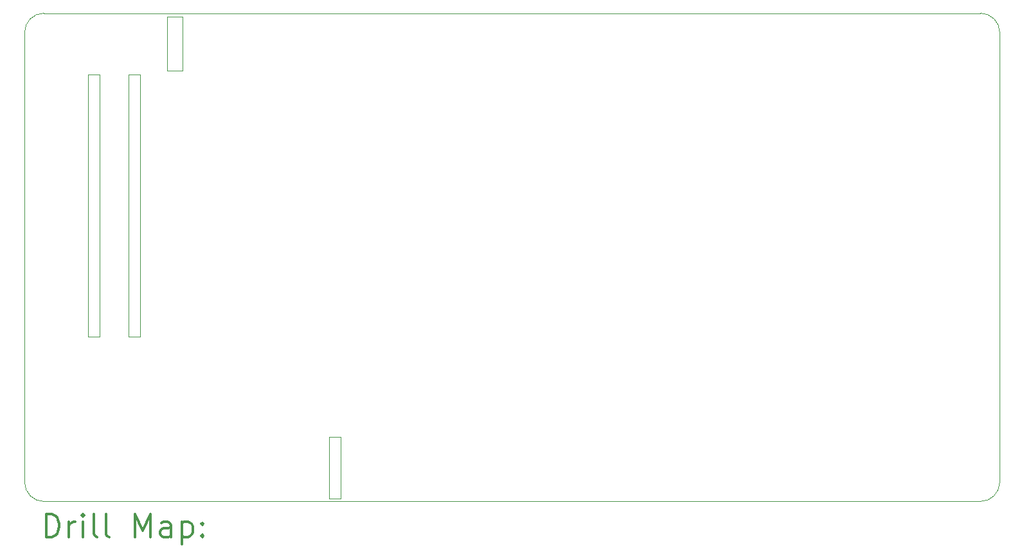
<source format=gbr>
%FSLAX45Y45*%
G04 Gerber Fmt 4.5, Leading zero omitted, Abs format (unit mm)*
G04 Created by KiCad (PCBNEW (5.1.4-0-10_14)) date 2019-11-24 22:14:01*
%MOMM*%
%LPD*%
G04 APERTURE LIST*
%ADD10C,0.050000*%
%ADD11C,0.200000*%
%ADD12C,0.300000*%
G04 APERTURE END LIST*
D10*
X10160000Y-5842000D02*
X9956800Y-5842000D01*
X10160000Y-6553200D02*
X10160000Y-5842000D01*
X9956800Y-6553200D02*
X10160000Y-6553200D01*
X9956800Y-5842000D02*
X9956800Y-6553200D01*
X9601200Y-10058400D02*
X9601200Y-6604000D01*
X9448800Y-10058400D02*
X9601200Y-10058400D01*
X9448800Y-6604000D02*
X9448800Y-10058400D01*
X9601200Y-6604000D02*
X9448800Y-6604000D01*
X12090400Y-11379200D02*
X12242800Y-11379200D01*
X12090400Y-12192000D02*
X12090400Y-11379200D01*
X12242800Y-12192000D02*
X12090400Y-12192000D01*
X12242800Y-11379200D02*
X12242800Y-12192000D01*
X8915400Y-10058400D02*
X8915400Y-6604000D01*
X9067800Y-10058400D02*
X8915400Y-10058400D01*
X9067800Y-6604000D02*
X9067800Y-10058400D01*
X8915400Y-6604000D02*
X9067800Y-6604000D01*
X8082300Y-6050100D02*
G75*
G02X8336300Y-5796100I254000J0D01*
G01*
X20672300Y-5796100D02*
G75*
G02X20926300Y-6050100I0J-254000D01*
G01*
X20926300Y-11975720D02*
G75*
G02X20672300Y-12229720I-254000J0D01*
G01*
X8336300Y-12229720D02*
G75*
G02X8082300Y-11975720I0J254000D01*
G01*
X20672300Y-5796100D02*
X8336300Y-5796100D01*
X20926300Y-11975720D02*
X20926300Y-6050100D01*
X8336300Y-12229720D02*
X20672300Y-12229720D01*
X8082300Y-6050100D02*
X8082300Y-11975720D01*
D11*
D12*
X8366228Y-12697934D02*
X8366228Y-12397934D01*
X8437657Y-12397934D01*
X8480514Y-12412220D01*
X8509086Y-12440791D01*
X8523371Y-12469363D01*
X8537657Y-12526506D01*
X8537657Y-12569363D01*
X8523371Y-12626506D01*
X8509086Y-12655077D01*
X8480514Y-12683649D01*
X8437657Y-12697934D01*
X8366228Y-12697934D01*
X8666228Y-12697934D02*
X8666228Y-12497934D01*
X8666228Y-12555077D02*
X8680514Y-12526506D01*
X8694800Y-12512220D01*
X8723371Y-12497934D01*
X8751943Y-12497934D01*
X8851943Y-12697934D02*
X8851943Y-12497934D01*
X8851943Y-12397934D02*
X8837657Y-12412220D01*
X8851943Y-12426506D01*
X8866228Y-12412220D01*
X8851943Y-12397934D01*
X8851943Y-12426506D01*
X9037657Y-12697934D02*
X9009086Y-12683649D01*
X8994800Y-12655077D01*
X8994800Y-12397934D01*
X9194800Y-12697934D02*
X9166228Y-12683649D01*
X9151943Y-12655077D01*
X9151943Y-12397934D01*
X9537657Y-12697934D02*
X9537657Y-12397934D01*
X9637657Y-12612220D01*
X9737657Y-12397934D01*
X9737657Y-12697934D01*
X10009086Y-12697934D02*
X10009086Y-12540791D01*
X9994800Y-12512220D01*
X9966228Y-12497934D01*
X9909086Y-12497934D01*
X9880514Y-12512220D01*
X10009086Y-12683649D02*
X9980514Y-12697934D01*
X9909086Y-12697934D01*
X9880514Y-12683649D01*
X9866228Y-12655077D01*
X9866228Y-12626506D01*
X9880514Y-12597934D01*
X9909086Y-12583649D01*
X9980514Y-12583649D01*
X10009086Y-12569363D01*
X10151943Y-12497934D02*
X10151943Y-12797934D01*
X10151943Y-12512220D02*
X10180514Y-12497934D01*
X10237657Y-12497934D01*
X10266228Y-12512220D01*
X10280514Y-12526506D01*
X10294800Y-12555077D01*
X10294800Y-12640791D01*
X10280514Y-12669363D01*
X10266228Y-12683649D01*
X10237657Y-12697934D01*
X10180514Y-12697934D01*
X10151943Y-12683649D01*
X10423371Y-12669363D02*
X10437657Y-12683649D01*
X10423371Y-12697934D01*
X10409086Y-12683649D01*
X10423371Y-12669363D01*
X10423371Y-12697934D01*
X10423371Y-12512220D02*
X10437657Y-12526506D01*
X10423371Y-12540791D01*
X10409086Y-12526506D01*
X10423371Y-12512220D01*
X10423371Y-12540791D01*
M02*

</source>
